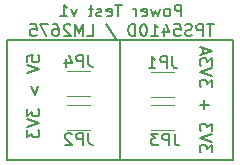
<source format=gbr>
G04 #@! TF.GenerationSoftware,KiCad,Pcbnew,(5.1.5)-3*
G04 #@! TF.CreationDate,2020-11-29T18:58:37+00:00*
G04 #@! TF.ProjectId,Retrospector_Power_Test_LM2675,52657472-6f73-4706-9563-746f725f506f,rev?*
G04 #@! TF.SameCoordinates,Original*
G04 #@! TF.FileFunction,Legend,Bot*
G04 #@! TF.FilePolarity,Positive*
%FSLAX46Y46*%
G04 Gerber Fmt 4.6, Leading zero omitted, Abs format (unit mm)*
G04 Created by KiCad (PCBNEW (5.1.5)-3) date 2020-11-29 18:58:37*
%MOMM*%
%LPD*%
G04 APERTURE LIST*
%ADD10C,0.150000*%
%ADD11C,0.120000*%
G04 APERTURE END LIST*
D10*
X102695238Y-60827380D02*
X102695238Y-59827380D01*
X102314285Y-59827380D01*
X102219047Y-59875000D01*
X102171428Y-59922619D01*
X102123809Y-60017857D01*
X102123809Y-60160714D01*
X102171428Y-60255952D01*
X102219047Y-60303571D01*
X102314285Y-60351190D01*
X102695238Y-60351190D01*
X101552380Y-60827380D02*
X101647619Y-60779761D01*
X101695238Y-60732142D01*
X101742857Y-60636904D01*
X101742857Y-60351190D01*
X101695238Y-60255952D01*
X101647619Y-60208333D01*
X101552380Y-60160714D01*
X101409523Y-60160714D01*
X101314285Y-60208333D01*
X101266666Y-60255952D01*
X101219047Y-60351190D01*
X101219047Y-60636904D01*
X101266666Y-60732142D01*
X101314285Y-60779761D01*
X101409523Y-60827380D01*
X101552380Y-60827380D01*
X100885714Y-60160714D02*
X100695238Y-60827380D01*
X100504761Y-60351190D01*
X100314285Y-60827380D01*
X100123809Y-60160714D01*
X99361904Y-60779761D02*
X99457142Y-60827380D01*
X99647619Y-60827380D01*
X99742857Y-60779761D01*
X99790476Y-60684523D01*
X99790476Y-60303571D01*
X99742857Y-60208333D01*
X99647619Y-60160714D01*
X99457142Y-60160714D01*
X99361904Y-60208333D01*
X99314285Y-60303571D01*
X99314285Y-60398809D01*
X99790476Y-60494047D01*
X98885714Y-60827380D02*
X98885714Y-60160714D01*
X98885714Y-60351190D02*
X98838095Y-60255952D01*
X98790476Y-60208333D01*
X98695238Y-60160714D01*
X98600000Y-60160714D01*
X97647619Y-59827380D02*
X97076190Y-59827380D01*
X97361904Y-60827380D02*
X97361904Y-59827380D01*
X96361904Y-60779761D02*
X96457142Y-60827380D01*
X96647619Y-60827380D01*
X96742857Y-60779761D01*
X96790476Y-60684523D01*
X96790476Y-60303571D01*
X96742857Y-60208333D01*
X96647619Y-60160714D01*
X96457142Y-60160714D01*
X96361904Y-60208333D01*
X96314285Y-60303571D01*
X96314285Y-60398809D01*
X96790476Y-60494047D01*
X95933333Y-60779761D02*
X95838095Y-60827380D01*
X95647619Y-60827380D01*
X95552380Y-60779761D01*
X95504761Y-60684523D01*
X95504761Y-60636904D01*
X95552380Y-60541666D01*
X95647619Y-60494047D01*
X95790476Y-60494047D01*
X95885714Y-60446428D01*
X95933333Y-60351190D01*
X95933333Y-60303571D01*
X95885714Y-60208333D01*
X95790476Y-60160714D01*
X95647619Y-60160714D01*
X95552380Y-60208333D01*
X95219047Y-60160714D02*
X94838095Y-60160714D01*
X95076190Y-59827380D02*
X95076190Y-60684523D01*
X95028571Y-60779761D01*
X94933333Y-60827380D01*
X94838095Y-60827380D01*
X93838095Y-60160714D02*
X93600000Y-60827380D01*
X93361904Y-60160714D01*
X92457142Y-60827380D02*
X93028571Y-60827380D01*
X92742857Y-60827380D02*
X92742857Y-59827380D01*
X92838095Y-59970238D01*
X92933333Y-60065476D01*
X93028571Y-60113095D01*
X105433333Y-61477380D02*
X104861904Y-61477380D01*
X105147619Y-62477380D02*
X105147619Y-61477380D01*
X104528571Y-62477380D02*
X104528571Y-61477380D01*
X104147619Y-61477380D01*
X104052380Y-61525000D01*
X104004761Y-61572619D01*
X103957142Y-61667857D01*
X103957142Y-61810714D01*
X104004761Y-61905952D01*
X104052380Y-61953571D01*
X104147619Y-62001190D01*
X104528571Y-62001190D01*
X103576190Y-62429761D02*
X103433333Y-62477380D01*
X103195238Y-62477380D01*
X103100000Y-62429761D01*
X103052380Y-62382142D01*
X103004761Y-62286904D01*
X103004761Y-62191666D01*
X103052380Y-62096428D01*
X103100000Y-62048809D01*
X103195238Y-62001190D01*
X103385714Y-61953571D01*
X103480952Y-61905952D01*
X103528571Y-61858333D01*
X103576190Y-61763095D01*
X103576190Y-61667857D01*
X103528571Y-61572619D01*
X103480952Y-61525000D01*
X103385714Y-61477380D01*
X103147619Y-61477380D01*
X103004761Y-61525000D01*
X102100000Y-61477380D02*
X102576190Y-61477380D01*
X102623809Y-61953571D01*
X102576190Y-61905952D01*
X102480952Y-61858333D01*
X102242857Y-61858333D01*
X102147619Y-61905952D01*
X102100000Y-61953571D01*
X102052380Y-62048809D01*
X102052380Y-62286904D01*
X102100000Y-62382142D01*
X102147619Y-62429761D01*
X102242857Y-62477380D01*
X102480952Y-62477380D01*
X102576190Y-62429761D01*
X102623809Y-62382142D01*
X101195238Y-61810714D02*
X101195238Y-62477380D01*
X101433333Y-61429761D02*
X101671428Y-62144047D01*
X101052380Y-62144047D01*
X100147619Y-62477380D02*
X100719047Y-62477380D01*
X100433333Y-62477380D02*
X100433333Y-61477380D01*
X100528571Y-61620238D01*
X100623809Y-61715476D01*
X100719047Y-61763095D01*
X99528571Y-61477380D02*
X99433333Y-61477380D01*
X99338095Y-61525000D01*
X99290476Y-61572619D01*
X99242857Y-61667857D01*
X99195238Y-61858333D01*
X99195238Y-62096428D01*
X99242857Y-62286904D01*
X99290476Y-62382142D01*
X99338095Y-62429761D01*
X99433333Y-62477380D01*
X99528571Y-62477380D01*
X99623809Y-62429761D01*
X99671428Y-62382142D01*
X99719047Y-62286904D01*
X99766666Y-62096428D01*
X99766666Y-61858333D01*
X99719047Y-61667857D01*
X99671428Y-61572619D01*
X99623809Y-61525000D01*
X99528571Y-61477380D01*
X98766666Y-62477380D02*
X98766666Y-61477380D01*
X98528571Y-61477380D01*
X98385714Y-61525000D01*
X98290476Y-61620238D01*
X98242857Y-61715476D01*
X98195238Y-61905952D01*
X98195238Y-62048809D01*
X98242857Y-62239285D01*
X98290476Y-62334523D01*
X98385714Y-62429761D01*
X98528571Y-62477380D01*
X98766666Y-62477380D01*
X96290476Y-61429761D02*
X97147619Y-62715476D01*
X94719047Y-62477380D02*
X95195238Y-62477380D01*
X95195238Y-61477380D01*
X94385714Y-62477380D02*
X94385714Y-61477380D01*
X94052380Y-62191666D01*
X93719047Y-61477380D01*
X93719047Y-62477380D01*
X93290476Y-61572619D02*
X93242857Y-61525000D01*
X93147619Y-61477380D01*
X92909523Y-61477380D01*
X92814285Y-61525000D01*
X92766666Y-61572619D01*
X92719047Y-61667857D01*
X92719047Y-61763095D01*
X92766666Y-61905952D01*
X93338095Y-62477380D01*
X92719047Y-62477380D01*
X91861904Y-61477380D02*
X92052380Y-61477380D01*
X92147619Y-61525000D01*
X92195238Y-61572619D01*
X92290476Y-61715476D01*
X92338095Y-61905952D01*
X92338095Y-62286904D01*
X92290476Y-62382142D01*
X92242857Y-62429761D01*
X92147619Y-62477380D01*
X91957142Y-62477380D01*
X91861904Y-62429761D01*
X91814285Y-62382142D01*
X91766666Y-62286904D01*
X91766666Y-62048809D01*
X91814285Y-61953571D01*
X91861904Y-61905952D01*
X91957142Y-61858333D01*
X92147619Y-61858333D01*
X92242857Y-61905952D01*
X92290476Y-61953571D01*
X92338095Y-62048809D01*
X91433333Y-61477380D02*
X90766666Y-61477380D01*
X91195238Y-62477380D01*
X89909523Y-61477380D02*
X90385714Y-61477380D01*
X90433333Y-61953571D01*
X90385714Y-61905952D01*
X90290476Y-61858333D01*
X90052380Y-61858333D01*
X89957142Y-61905952D01*
X89909523Y-61953571D01*
X89861904Y-62048809D01*
X89861904Y-62286904D01*
X89909523Y-62382142D01*
X89957142Y-62429761D01*
X90052380Y-62477380D01*
X90290476Y-62477380D01*
X90385714Y-62429761D01*
X90433333Y-62382142D01*
X97500000Y-73000000D02*
X87900000Y-73000000D01*
X87900000Y-73000000D02*
X87900000Y-62800000D01*
X87900000Y-62800000D02*
X97500000Y-62800000D01*
X97500000Y-62800000D02*
X107100000Y-62800000D01*
X97500000Y-73000000D02*
X97500000Y-62800000D01*
X107100000Y-73000000D02*
X97500000Y-73000000D01*
X107100000Y-62800000D02*
X107100000Y-73000000D01*
X89652380Y-64647619D02*
X89652380Y-64171428D01*
X90128571Y-64123809D01*
X90080952Y-64171428D01*
X90033333Y-64266666D01*
X90033333Y-64504761D01*
X90080952Y-64600000D01*
X90128571Y-64647619D01*
X90223809Y-64695238D01*
X90461904Y-64695238D01*
X90557142Y-64647619D01*
X90604761Y-64600000D01*
X90652380Y-64504761D01*
X90652380Y-64266666D01*
X90604761Y-64171428D01*
X90557142Y-64123809D01*
X89652380Y-64980952D02*
X90652380Y-65314285D01*
X89652380Y-65647619D01*
X89985714Y-66742857D02*
X90271428Y-67504761D01*
X90557142Y-66742857D01*
X89652380Y-68647619D02*
X89652380Y-69266666D01*
X90033333Y-68933333D01*
X90033333Y-69076190D01*
X90080952Y-69171428D01*
X90128571Y-69219047D01*
X90223809Y-69266666D01*
X90461904Y-69266666D01*
X90557142Y-69219047D01*
X90604761Y-69171428D01*
X90652380Y-69076190D01*
X90652380Y-68790476D01*
X90604761Y-68695238D01*
X90557142Y-68647619D01*
X89652380Y-69552380D02*
X90652380Y-69885714D01*
X89652380Y-70219047D01*
X89652380Y-70457142D02*
X89652380Y-71076190D01*
X90033333Y-70742857D01*
X90033333Y-70885714D01*
X90080952Y-70980952D01*
X90128571Y-71028571D01*
X90223809Y-71076190D01*
X90461904Y-71076190D01*
X90557142Y-71028571D01*
X90604761Y-70980952D01*
X90652380Y-70885714D01*
X90652380Y-70600000D01*
X90604761Y-70504761D01*
X90557142Y-70457142D01*
X105247619Y-72328571D02*
X105247619Y-71709523D01*
X104866666Y-72042857D01*
X104866666Y-71900000D01*
X104819047Y-71804761D01*
X104771428Y-71757142D01*
X104676190Y-71709523D01*
X104438095Y-71709523D01*
X104342857Y-71757142D01*
X104295238Y-71804761D01*
X104247619Y-71900000D01*
X104247619Y-72185714D01*
X104295238Y-72280952D01*
X104342857Y-72328571D01*
X105247619Y-71423809D02*
X104247619Y-71090476D01*
X105247619Y-70757142D01*
X105247619Y-70519047D02*
X105247619Y-69900000D01*
X104866666Y-70233333D01*
X104866666Y-70090476D01*
X104819047Y-69995238D01*
X104771428Y-69947619D01*
X104676190Y-69900000D01*
X104438095Y-69900000D01*
X104342857Y-69947619D01*
X104295238Y-69995238D01*
X104247619Y-70090476D01*
X104247619Y-70376190D01*
X104295238Y-70471428D01*
X104342857Y-70519047D01*
X104628571Y-68709523D02*
X104628571Y-67947619D01*
X104247619Y-68328571D02*
X105009523Y-68328571D01*
X105247619Y-66804761D02*
X105247619Y-66185714D01*
X104866666Y-66519047D01*
X104866666Y-66376190D01*
X104819047Y-66280952D01*
X104771428Y-66233333D01*
X104676190Y-66185714D01*
X104438095Y-66185714D01*
X104342857Y-66233333D01*
X104295238Y-66280952D01*
X104247619Y-66376190D01*
X104247619Y-66661904D01*
X104295238Y-66757142D01*
X104342857Y-66804761D01*
X105247619Y-65900000D02*
X104247619Y-65566666D01*
X105247619Y-65233333D01*
X105247619Y-64995238D02*
X105247619Y-64376190D01*
X104866666Y-64709523D01*
X104866666Y-64566666D01*
X104819047Y-64471428D01*
X104771428Y-64423809D01*
X104676190Y-64376190D01*
X104438095Y-64376190D01*
X104342857Y-64423809D01*
X104295238Y-64471428D01*
X104247619Y-64566666D01*
X104247619Y-64852380D01*
X104295238Y-64947619D01*
X104342857Y-64995238D01*
X104533333Y-63995238D02*
X104533333Y-63519047D01*
X104247619Y-64090476D02*
X105247619Y-63757142D01*
X104247619Y-63423809D01*
D11*
X93000000Y-67570000D02*
X95000000Y-67570000D01*
X95000000Y-65430000D02*
X93000000Y-65430000D01*
X100100000Y-70470000D02*
X102100000Y-70470000D01*
X102100000Y-68330000D02*
X100100000Y-68330000D01*
X95000000Y-68330000D02*
X93000000Y-68330000D01*
X93000000Y-70470000D02*
X95000000Y-70470000D01*
X100100000Y-67670000D02*
X102100000Y-67670000D01*
X102100000Y-65530000D02*
X100100000Y-65530000D01*
D10*
X94833333Y-64102380D02*
X94833333Y-64816666D01*
X94880952Y-64959523D01*
X94976190Y-65054761D01*
X95119047Y-65102380D01*
X95214285Y-65102380D01*
X94357142Y-65102380D02*
X94357142Y-64102380D01*
X93976190Y-64102380D01*
X93880952Y-64150000D01*
X93833333Y-64197619D01*
X93785714Y-64292857D01*
X93785714Y-64435714D01*
X93833333Y-64530952D01*
X93880952Y-64578571D01*
X93976190Y-64626190D01*
X94357142Y-64626190D01*
X92928571Y-64435714D02*
X92928571Y-65102380D01*
X93166666Y-64054761D02*
X93404761Y-64769047D01*
X92785714Y-64769047D01*
X102133333Y-70752380D02*
X102133333Y-71466666D01*
X102180952Y-71609523D01*
X102276190Y-71704761D01*
X102419047Y-71752380D01*
X102514285Y-71752380D01*
X101657142Y-71752380D02*
X101657142Y-70752380D01*
X101276190Y-70752380D01*
X101180952Y-70800000D01*
X101133333Y-70847619D01*
X101085714Y-70942857D01*
X101085714Y-71085714D01*
X101133333Y-71180952D01*
X101180952Y-71228571D01*
X101276190Y-71276190D01*
X101657142Y-71276190D01*
X100752380Y-70752380D02*
X100133333Y-70752380D01*
X100466666Y-71133333D01*
X100323809Y-71133333D01*
X100228571Y-71180952D01*
X100180952Y-71228571D01*
X100133333Y-71323809D01*
X100133333Y-71561904D01*
X100180952Y-71657142D01*
X100228571Y-71704761D01*
X100323809Y-71752380D01*
X100609523Y-71752380D01*
X100704761Y-71704761D01*
X100752380Y-71657142D01*
X94833333Y-70702380D02*
X94833333Y-71416666D01*
X94880952Y-71559523D01*
X94976190Y-71654761D01*
X95119047Y-71702380D01*
X95214285Y-71702380D01*
X94357142Y-71702380D02*
X94357142Y-70702380D01*
X93976190Y-70702380D01*
X93880952Y-70750000D01*
X93833333Y-70797619D01*
X93785714Y-70892857D01*
X93785714Y-71035714D01*
X93833333Y-71130952D01*
X93880952Y-71178571D01*
X93976190Y-71226190D01*
X94357142Y-71226190D01*
X93404761Y-70797619D02*
X93357142Y-70750000D01*
X93261904Y-70702380D01*
X93023809Y-70702380D01*
X92928571Y-70750000D01*
X92880952Y-70797619D01*
X92833333Y-70892857D01*
X92833333Y-70988095D01*
X92880952Y-71130952D01*
X93452380Y-71702380D01*
X92833333Y-71702380D01*
X101933333Y-64202380D02*
X101933333Y-64916666D01*
X101980952Y-65059523D01*
X102076190Y-65154761D01*
X102219047Y-65202380D01*
X102314285Y-65202380D01*
X101457142Y-65202380D02*
X101457142Y-64202380D01*
X101076190Y-64202380D01*
X100980952Y-64250000D01*
X100933333Y-64297619D01*
X100885714Y-64392857D01*
X100885714Y-64535714D01*
X100933333Y-64630952D01*
X100980952Y-64678571D01*
X101076190Y-64726190D01*
X101457142Y-64726190D01*
X99933333Y-65202380D02*
X100504761Y-65202380D01*
X100219047Y-65202380D02*
X100219047Y-64202380D01*
X100314285Y-64345238D01*
X100409523Y-64440476D01*
X100504761Y-64488095D01*
M02*

</source>
